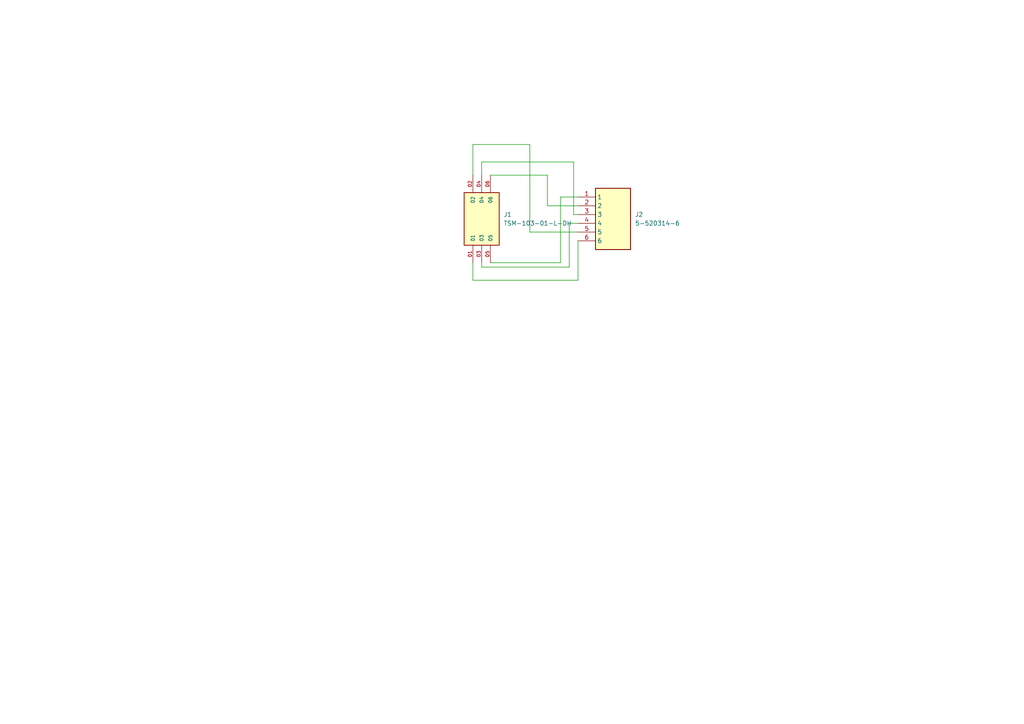
<source format=kicad_sch>
(kicad_sch (version 20250114) (generator "eeschema") (generator_version "9.0")
  (paper "A4")
  (lib_symbols
    (symbol "5-520314-6:5-520314-6"
      (property "Reference" "J" (at 16.51 7.62 0))
      (property "Value" "5-520314-6" (at 16.51 5.08 0))
      (symbol "5-520314-6_1_1"
        (rectangle (start 5.08 2.54) (end 15.24 -15.24) (stroke (width 0.254)) (fill (type background)))
        (pin passive line (at 0 0 0) (length 5.08) (name "1") (number "1"))
        (pin passive line (at 0 -2.54 0) (length 5.08) (name "2") (number "2"))
        (pin passive line (at 0 -5.08 0) (length 5.08) (name "3") (number "3"))
        (pin passive line (at 0 -7.62 0) (length 5.08) (name "4") (number "4"))
        (pin passive line (at 0 -10.16 0) (length 5.08) (name "5") (number "5"))
        (pin passive line (at 0 -12.7 0) (length 5.08) (name "6") (number "6"))
      )
    )
    (symbol "TSM-103-01-L-DH:TSM-103-01-L-DH" (pin_names (offset 1.016))
      (property "Reference" "J" (at -8.12 5.08 0))
      (property "Value" "TSM-103-01-L-DH" (at -7.62 -7.62 0))
      (symbol "TSM-103-01-L-DH_0_0"
        (rectangle (start -7.62 -5.08) (end 7.62 5.08) (stroke (width 0.254)) (fill (type background)))
        (pin passive line (at -12.7 2.54 0) (length 5.08) (name "01") (number "01"))
        (pin passive line (at -12.7 0 0) (length 5.08) (name "03") (number "03"))
        (pin passive line (at -12.7 -2.54 0) (length 5.08) (name "05") (number "05"))
        (pin passive line (at 12.7 2.54 180) (length 5.08) (name "02") (number "02"))
        (pin passive line (at 12.7 0 180) (length 5.08) (name "04") (number "04"))
        (pin passive line (at 12.7 -2.54 180) (length 5.08) (name "06") (number "06"))
      )
    )
  )
  (wire (pts (xy 166.37 46.99) (xy 166.37 62.23)))
  (wire (pts (xy 139.7 50.8) (xy 139.7 46.99)))
  (wire (pts (xy 139.7 76.2) (xy 139.7 77.47)))
  (wire (pts (xy 153.67 67.31) (xy 167.64 67.31)))
  (wire (pts (xy 139.7 77.47) (xy 165.1 77.47)))
  (wire (pts (xy 165.1 77.47) (xy 165.1 64.77)))
  (wire (pts (xy 158.75 59.69) (xy 167.64 59.69)))
  (wire (pts (xy 137.16 76.2) (xy 137.16 81.28)))
  (wire (pts (xy 167.64 69.85) (xy 167.64 81.28)))
  (wire (pts (xy 137.16 41.91) (xy 153.67 41.91)))
  (wire (pts (xy 162.56 76.2) (xy 162.56 57.15)))
  (wire (pts (xy 165.1 64.77) (xy 167.64 64.77)))
  (wire (pts (xy 142.24 50.8) (xy 158.75 50.8)))
  (wire (pts (xy 166.37 62.23) (xy 167.64 62.23)))
  (wire (pts (xy 162.56 57.15) (xy 167.64 57.15)))
  (wire (pts (xy 139.7 46.99) (xy 166.37 46.99)))
  (wire (pts (xy 153.67 41.91) (xy 153.67 67.31)))
  (wire (pts (xy 137.16 50.8) (xy 137.16 41.91)))
  (wire (pts (xy 137.16 81.28) (xy 167.64 81.28)))
  (wire (pts (xy 158.75 50.8) (xy 158.75 59.69)))
  (wire (pts (xy 142.24 76.2) (xy 162.56 76.2)))
  (symbol (lib_id "TSM-103-01-L-DH:TSM-103-01-L-DH") (at 139.7 63.5 90) (unit 1)
    (property "Reference" "J1" (at 146.05 62.2299 90) (effects (justify right)))
    (property "Value" "TSM-103-01-L-DH" (at 146.05 64.7699 90) (effects (justify right)))
    (property "Footprint" "foots:TSM-103-01-L-DH" (effects (hide yes)))
    (property "MF" "Samtec" (effects (hide yes)))
    (property "Description_1" "TSM - Samtec 2.54mm Dual Row Horizontal Surface Mount Header  5.84mm Post Height (01) - Fast Stock" (effects (hide yes)))
    (property "Package" "None" (effects (hide yes)))
    (property "Price" "None" (effects (hide yes)))
    (property "Check_prices" "https://www.snapeda.com/parts/TSM-103-01-L-DH/Samtec+Inc./view-part/?ref=eda" (effects (hide yes)))
    (property "STANDARD" "Manufacturer Recommendations" (effects (hide yes)))
    (property "PARTREV" "R" (effects (hide yes)))
    (property "SnapEDA_Link" "https://www.snapeda.com/parts/TSM-103-01-L-DH/Samtec+Inc./view-part/?ref=snap" (effects (hide yes)))
    (property "MP" "TSM-103-01-L-DH" (effects (hide yes)))
    (property "Purchase-URL" "https://www.snapeda.com/api/url_track_click_mouser/?unipart_id=2808357&manufacturer=Samtec&part_name=TSM-103-01-L-DH&search_term=None" (effects (hide yes)))
    (property "Availability" "In Stock" (effects (hide yes)))
    (property "MANUFACTURER" "Samtec" (effects (hide yes)))
  )
  (symbol (lib_id "5-520314-6:5-520314-6") (at 167.64 57.15 0) (unit 1)
    (property "Reference" "J2" (at 184.15 62.2299 0) (effects (justify left)))
    (property "Value" "5-520314-6" (at 184.15 64.7699 0) (effects (justify left)))
    (property "Footprint" "foots:55203146" (effects (hide yes)))
    (property "Datasheet" "http://www.te.com/commerce/DocumentDelivery/DDEController?Action=srchrtrv&DocNm=520314&DocType=Customer+Drawing&DocLang=English" (effects (hide yes)))
    (property "Description" "TRIOMATE ASSY H 6P L=2.54 LDFR" (effects (hide yes)))
    (property "Height" "4.83" (effects (hide yes)))
    (property "Mouser Part Number" "571-5-520314-6" (effects (hide yes)))
    (property "Mouser Price/Stock" "https://www.mouser.co.uk/ProductDetail/TE-Connectivity/5-520314-6?qs=lnVw2K6okumSAl3yYXy4NA%3D%3D" (effects (hide yes)))
    (property "Manufacturer_Name" "TE Connectivity" (effects (hide yes)))
    (property "Manufacturer_Part_Number" "5-520314-6" (effects (hide yes)))
  )
)
</source>
